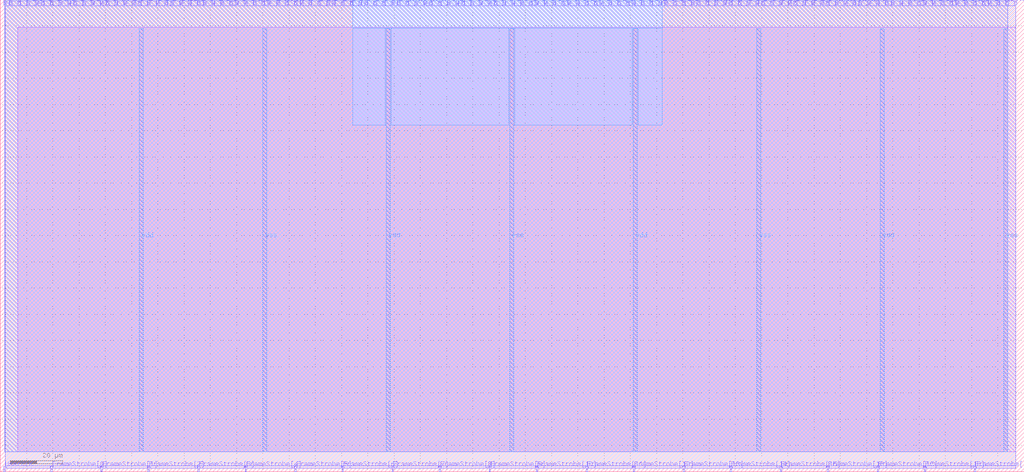
<source format=lef>
VERSION 5.7 ;
  NOWIREEXTENSIONATPIN ON ;
  DIVIDERCHAR "/" ;
  BUSBITCHARS "[]" ;
MACRO S_term_single
  CLASS BLOCK ;
  FOREIGN S_term_single ;
  ORIGIN 0.000 0.000 ;
  SIZE 390.000 BY 180.000 ;
  PIN Co
    DIRECTION OUTPUT TRISTATE ;
    USE SIGNAL ;
    PORT
      LAYER Metal2 ;
        RECT 161.560 178.000 162.120 180.000 ;
    END
  END Co
  PIN FrameStrobe[0]
    DIRECTION INPUT ;
    USE SIGNAL ;
    PORT
      LAYER Metal2 ;
        RECT 19.320 0.000 19.880 2.000 ;
    END
  END FrameStrobe[0]
  PIN FrameStrobe[10]
    DIRECTION INPUT ;
    USE SIGNAL ;
    PORT
      LAYER Metal2 ;
        RECT 204.120 0.000 204.680 2.000 ;
    END
  END FrameStrobe[10]
  PIN FrameStrobe[11]
    DIRECTION INPUT ;
    USE SIGNAL ;
    PORT
      LAYER Metal2 ;
        RECT 223.160 0.000 223.720 2.000 ;
    END
  END FrameStrobe[11]
  PIN FrameStrobe[12]
    DIRECTION INPUT ;
    USE SIGNAL ;
    PORT
      LAYER Metal2 ;
        RECT 241.080 0.000 241.640 2.000 ;
    END
  END FrameStrobe[12]
  PIN FrameStrobe[13]
    DIRECTION INPUT ;
    USE SIGNAL ;
    PORT
      LAYER Metal2 ;
        RECT 260.120 0.000 260.680 2.000 ;
    END
  END FrameStrobe[13]
  PIN FrameStrobe[14]
    DIRECTION INPUT ;
    USE SIGNAL ;
    PORT
      LAYER Metal2 ;
        RECT 278.040 0.000 278.600 2.000 ;
    END
  END FrameStrobe[14]
  PIN FrameStrobe[15]
    DIRECTION INPUT ;
    USE SIGNAL ;
    PORT
      LAYER Metal2 ;
        RECT 297.080 0.000 297.640 2.000 ;
    END
  END FrameStrobe[15]
  PIN FrameStrobe[16]
    DIRECTION INPUT ;
    USE SIGNAL ;
    PORT
      LAYER Metal2 ;
        RECT 315.000 0.000 315.560 2.000 ;
    END
  END FrameStrobe[16]
  PIN FrameStrobe[17]
    DIRECTION INPUT ;
    USE SIGNAL ;
    PORT
      LAYER Metal2 ;
        RECT 334.040 0.000 334.600 2.000 ;
    END
  END FrameStrobe[17]
  PIN FrameStrobe[18]
    DIRECTION INPUT ;
    USE SIGNAL ;
    PORT
      LAYER Metal2 ;
        RECT 351.960 0.000 352.520 2.000 ;
    END
  END FrameStrobe[18]
  PIN FrameStrobe[19]
    DIRECTION INPUT ;
    USE SIGNAL ;
    PORT
      LAYER Metal2 ;
        RECT 371.000 0.000 371.560 2.000 ;
    END
  END FrameStrobe[19]
  PIN FrameStrobe[1]
    DIRECTION INPUT ;
    USE SIGNAL ;
    PORT
      LAYER Metal2 ;
        RECT 38.360 0.000 38.920 2.000 ;
    END
  END FrameStrobe[1]
  PIN FrameStrobe[2]
    DIRECTION INPUT ;
    USE SIGNAL ;
    PORT
      LAYER Metal2 ;
        RECT 56.280 0.000 56.840 2.000 ;
    END
  END FrameStrobe[2]
  PIN FrameStrobe[3]
    DIRECTION INPUT ;
    USE SIGNAL ;
    PORT
      LAYER Metal2 ;
        RECT 75.320 0.000 75.880 2.000 ;
    END
  END FrameStrobe[3]
  PIN FrameStrobe[4]
    DIRECTION INPUT ;
    USE SIGNAL ;
    PORT
      LAYER Metal2 ;
        RECT 93.240 0.000 93.800 2.000 ;
    END
  END FrameStrobe[4]
  PIN FrameStrobe[5]
    DIRECTION INPUT ;
    USE SIGNAL ;
    PORT
      LAYER Metal2 ;
        RECT 112.280 0.000 112.840 2.000 ;
    END
  END FrameStrobe[5]
  PIN FrameStrobe[6]
    DIRECTION INPUT ;
    USE SIGNAL ;
    PORT
      LAYER Metal2 ;
        RECT 130.200 0.000 130.760 2.000 ;
    END
  END FrameStrobe[6]
  PIN FrameStrobe[7]
    DIRECTION INPUT ;
    USE SIGNAL ;
    PORT
      LAYER Metal2 ;
        RECT 149.240 0.000 149.800 2.000 ;
    END
  END FrameStrobe[7]
  PIN FrameStrobe[8]
    DIRECTION INPUT ;
    USE SIGNAL ;
    PORT
      LAYER Metal2 ;
        RECT 167.160 0.000 167.720 2.000 ;
    END
  END FrameStrobe[8]
  PIN FrameStrobe[9]
    DIRECTION INPUT ;
    USE SIGNAL ;
    PORT
      LAYER Metal2 ;
        RECT 186.200 0.000 186.760 2.000 ;
    END
  END FrameStrobe[9]
  PIN FrameStrobe_O[0]
    DIRECTION OUTPUT TRISTATE ;
    USE SIGNAL ;
    PORT
      LAYER Metal2 ;
        RECT 327.320 178.000 327.880 180.000 ;
    END
  END FrameStrobe_O[0]
  PIN FrameStrobe_O[10]
    DIRECTION OUTPUT TRISTATE ;
    USE SIGNAL ;
    PORT
      LAYER Metal2 ;
        RECT 358.680 178.000 359.240 180.000 ;
    END
  END FrameStrobe_O[10]
  PIN FrameStrobe_O[11]
    DIRECTION OUTPUT TRISTATE ;
    USE SIGNAL ;
    PORT
      LAYER Metal2 ;
        RECT 362.040 178.000 362.600 180.000 ;
    END
  END FrameStrobe_O[11]
  PIN FrameStrobe_O[12]
    DIRECTION OUTPUT TRISTATE ;
    USE SIGNAL ;
    PORT
      LAYER Metal2 ;
        RECT 364.280 178.000 364.840 180.000 ;
    END
  END FrameStrobe_O[12]
  PIN FrameStrobe_O[13]
    DIRECTION OUTPUT TRISTATE ;
    USE SIGNAL ;
    PORT
      LAYER Metal2 ;
        RECT 367.640 178.000 368.200 180.000 ;
    END
  END FrameStrobe_O[13]
  PIN FrameStrobe_O[14]
    DIRECTION OUTPUT TRISTATE ;
    USE SIGNAL ;
    PORT
      LAYER Metal2 ;
        RECT 371.000 178.000 371.560 180.000 ;
    END
  END FrameStrobe_O[14]
  PIN FrameStrobe_O[15]
    DIRECTION OUTPUT TRISTATE ;
    USE SIGNAL ;
    PORT
      LAYER Metal2 ;
        RECT 374.360 178.000 374.920 180.000 ;
    END
  END FrameStrobe_O[15]
  PIN FrameStrobe_O[16]
    DIRECTION OUTPUT TRISTATE ;
    USE SIGNAL ;
    PORT
      LAYER Metal2 ;
        RECT 376.600 178.000 377.160 180.000 ;
    END
  END FrameStrobe_O[16]
  PIN FrameStrobe_O[17]
    DIRECTION OUTPUT TRISTATE ;
    USE SIGNAL ;
    PORT
      LAYER Metal2 ;
        RECT 379.960 178.000 380.520 180.000 ;
    END
  END FrameStrobe_O[17]
  PIN FrameStrobe_O[18]
    DIRECTION OUTPUT TRISTATE ;
    USE SIGNAL ;
    PORT
      LAYER Metal2 ;
        RECT 383.320 178.000 383.880 180.000 ;
    END
  END FrameStrobe_O[18]
  PIN FrameStrobe_O[19]
    DIRECTION OUTPUT TRISTATE ;
    USE SIGNAL ;
    PORT
      LAYER Metal2 ;
        RECT 386.680 178.000 387.240 180.000 ;
    END
  END FrameStrobe_O[19]
  PIN FrameStrobe_O[1]
    DIRECTION OUTPUT TRISTATE ;
    USE SIGNAL ;
    PORT
      LAYER Metal2 ;
        RECT 330.680 178.000 331.240 180.000 ;
    END
  END FrameStrobe_O[1]
  PIN FrameStrobe_O[2]
    DIRECTION OUTPUT TRISTATE ;
    USE SIGNAL ;
    PORT
      LAYER Metal2 ;
        RECT 334.040 178.000 334.600 180.000 ;
    END
  END FrameStrobe_O[2]
  PIN FrameStrobe_O[3]
    DIRECTION OUTPUT TRISTATE ;
    USE SIGNAL ;
    PORT
      LAYER Metal2 ;
        RECT 337.400 178.000 337.960 180.000 ;
    END
  END FrameStrobe_O[3]
  PIN FrameStrobe_O[4]
    DIRECTION OUTPUT TRISTATE ;
    USE SIGNAL ;
    PORT
      LAYER Metal2 ;
        RECT 339.640 178.000 340.200 180.000 ;
    END
  END FrameStrobe_O[4]
  PIN FrameStrobe_O[5]
    DIRECTION OUTPUT TRISTATE ;
    USE SIGNAL ;
    PORT
      LAYER Metal2 ;
        RECT 343.000 178.000 343.560 180.000 ;
    END
  END FrameStrobe_O[5]
  PIN FrameStrobe_O[6]
    DIRECTION OUTPUT TRISTATE ;
    USE SIGNAL ;
    PORT
      LAYER Metal2 ;
        RECT 346.360 178.000 346.920 180.000 ;
    END
  END FrameStrobe_O[6]
  PIN FrameStrobe_O[7]
    DIRECTION OUTPUT TRISTATE ;
    USE SIGNAL ;
    PORT
      LAYER Metal2 ;
        RECT 349.720 178.000 350.280 180.000 ;
    END
  END FrameStrobe_O[7]
  PIN FrameStrobe_O[8]
    DIRECTION OUTPUT TRISTATE ;
    USE SIGNAL ;
    PORT
      LAYER Metal2 ;
        RECT 351.960 178.000 352.520 180.000 ;
    END
  END FrameStrobe_O[8]
  PIN FrameStrobe_O[9]
    DIRECTION OUTPUT TRISTATE ;
    USE SIGNAL ;
    PORT
      LAYER Metal2 ;
        RECT 355.320 178.000 355.880 180.000 ;
    END
  END FrameStrobe_O[9]
  PIN N1BEG[0]
    DIRECTION OUTPUT TRISTATE ;
    USE SIGNAL ;
    PORT
      LAYER Metal2 ;
        RECT 1.400 178.000 1.960 180.000 ;
    END
  END N1BEG[0]
  PIN N1BEG[1]
    DIRECTION OUTPUT TRISTATE ;
    USE SIGNAL ;
    PORT
      LAYER Metal2 ;
        RECT 3.640 178.000 4.200 180.000 ;
    END
  END N1BEG[1]
  PIN N1BEG[2]
    DIRECTION OUTPUT TRISTATE ;
    USE SIGNAL ;
    PORT
      LAYER Metal2 ;
        RECT 7.000 178.000 7.560 180.000 ;
    END
  END N1BEG[2]
  PIN N1BEG[3]
    DIRECTION OUTPUT TRISTATE ;
    USE SIGNAL ;
    PORT
      LAYER Metal2 ;
        RECT 10.360 178.000 10.920 180.000 ;
    END
  END N1BEG[3]
  PIN N2BEG[0]
    DIRECTION OUTPUT TRISTATE ;
    USE SIGNAL ;
    PORT
      LAYER Metal2 ;
        RECT 13.720 178.000 14.280 180.000 ;
    END
  END N2BEG[0]
  PIN N2BEG[1]
    DIRECTION OUTPUT TRISTATE ;
    USE SIGNAL ;
    PORT
      LAYER Metal2 ;
        RECT 15.960 178.000 16.520 180.000 ;
    END
  END N2BEG[1]
  PIN N2BEG[2]
    DIRECTION OUTPUT TRISTATE ;
    USE SIGNAL ;
    PORT
      LAYER Metal2 ;
        RECT 19.320 178.000 19.880 180.000 ;
    END
  END N2BEG[2]
  PIN N2BEG[3]
    DIRECTION OUTPUT TRISTATE ;
    USE SIGNAL ;
    PORT
      LAYER Metal2 ;
        RECT 22.680 178.000 23.240 180.000 ;
    END
  END N2BEG[3]
  PIN N2BEG[4]
    DIRECTION OUTPUT TRISTATE ;
    USE SIGNAL ;
    PORT
      LAYER Metal2 ;
        RECT 26.040 178.000 26.600 180.000 ;
    END
  END N2BEG[4]
  PIN N2BEG[5]
    DIRECTION OUTPUT TRISTATE ;
    USE SIGNAL ;
    PORT
      LAYER Metal2 ;
        RECT 28.280 178.000 28.840 180.000 ;
    END
  END N2BEG[5]
  PIN N2BEG[6]
    DIRECTION OUTPUT TRISTATE ;
    USE SIGNAL ;
    PORT
      LAYER Metal2 ;
        RECT 31.640 178.000 32.200 180.000 ;
    END
  END N2BEG[6]
  PIN N2BEG[7]
    DIRECTION OUTPUT TRISTATE ;
    USE SIGNAL ;
    PORT
      LAYER Metal2 ;
        RECT 35.000 178.000 35.560 180.000 ;
    END
  END N2BEG[7]
  PIN N2BEGb[0]
    DIRECTION OUTPUT TRISTATE ;
    USE SIGNAL ;
    PORT
      LAYER Metal2 ;
        RECT 38.360 178.000 38.920 180.000 ;
    END
  END N2BEGb[0]
  PIN N2BEGb[1]
    DIRECTION OUTPUT TRISTATE ;
    USE SIGNAL ;
    PORT
      LAYER Metal2 ;
        RECT 40.600 178.000 41.160 180.000 ;
    END
  END N2BEGb[1]
  PIN N2BEGb[2]
    DIRECTION OUTPUT TRISTATE ;
    USE SIGNAL ;
    PORT
      LAYER Metal2 ;
        RECT 43.960 178.000 44.520 180.000 ;
    END
  END N2BEGb[2]
  PIN N2BEGb[3]
    DIRECTION OUTPUT TRISTATE ;
    USE SIGNAL ;
    PORT
      LAYER Metal2 ;
        RECT 47.320 178.000 47.880 180.000 ;
    END
  END N2BEGb[3]
  PIN N2BEGb[4]
    DIRECTION OUTPUT TRISTATE ;
    USE SIGNAL ;
    PORT
      LAYER Metal2 ;
        RECT 50.680 178.000 51.240 180.000 ;
    END
  END N2BEGb[4]
  PIN N2BEGb[5]
    DIRECTION OUTPUT TRISTATE ;
    USE SIGNAL ;
    PORT
      LAYER Metal2 ;
        RECT 52.920 178.000 53.480 180.000 ;
    END
  END N2BEGb[5]
  PIN N2BEGb[6]
    DIRECTION OUTPUT TRISTATE ;
    USE SIGNAL ;
    PORT
      LAYER Metal2 ;
        RECT 56.280 178.000 56.840 180.000 ;
    END
  END N2BEGb[6]
  PIN N2BEGb[7]
    DIRECTION OUTPUT TRISTATE ;
    USE SIGNAL ;
    PORT
      LAYER Metal2 ;
        RECT 59.640 178.000 60.200 180.000 ;
    END
  END N2BEGb[7]
  PIN N4BEG[0]
    DIRECTION OUTPUT TRISTATE ;
    USE SIGNAL ;
    PORT
      LAYER Metal2 ;
        RECT 63.000 178.000 63.560 180.000 ;
    END
  END N4BEG[0]
  PIN N4BEG[10]
    DIRECTION OUTPUT TRISTATE ;
    USE SIGNAL ;
    PORT
      LAYER Metal2 ;
        RECT 93.240 178.000 93.800 180.000 ;
    END
  END N4BEG[10]
  PIN N4BEG[11]
    DIRECTION OUTPUT TRISTATE ;
    USE SIGNAL ;
    PORT
      LAYER Metal2 ;
        RECT 96.600 178.000 97.160 180.000 ;
    END
  END N4BEG[11]
  PIN N4BEG[12]
    DIRECTION OUTPUT TRISTATE ;
    USE SIGNAL ;
    PORT
      LAYER Metal2 ;
        RECT 99.960 178.000 100.520 180.000 ;
    END
  END N4BEG[12]
  PIN N4BEG[13]
    DIRECTION OUTPUT TRISTATE ;
    USE SIGNAL ;
    PORT
      LAYER Metal2 ;
        RECT 102.200 178.000 102.760 180.000 ;
    END
  END N4BEG[13]
  PIN N4BEG[14]
    DIRECTION OUTPUT TRISTATE ;
    USE SIGNAL ;
    PORT
      LAYER Metal2 ;
        RECT 105.560 178.000 106.120 180.000 ;
    END
  END N4BEG[14]
  PIN N4BEG[15]
    DIRECTION OUTPUT TRISTATE ;
    USE SIGNAL ;
    PORT
      LAYER Metal2 ;
        RECT 108.920 178.000 109.480 180.000 ;
    END
  END N4BEG[15]
  PIN N4BEG[1]
    DIRECTION OUTPUT TRISTATE ;
    USE SIGNAL ;
    PORT
      LAYER Metal2 ;
        RECT 65.240 178.000 65.800 180.000 ;
    END
  END N4BEG[1]
  PIN N4BEG[2]
    DIRECTION OUTPUT TRISTATE ;
    USE SIGNAL ;
    PORT
      LAYER Metal2 ;
        RECT 68.600 178.000 69.160 180.000 ;
    END
  END N4BEG[2]
  PIN N4BEG[3]
    DIRECTION OUTPUT TRISTATE ;
    USE SIGNAL ;
    PORT
      LAYER Metal2 ;
        RECT 71.960 178.000 72.520 180.000 ;
    END
  END N4BEG[3]
  PIN N4BEG[4]
    DIRECTION OUTPUT TRISTATE ;
    USE SIGNAL ;
    PORT
      LAYER Metal2 ;
        RECT 75.320 178.000 75.880 180.000 ;
    END
  END N4BEG[4]
  PIN N4BEG[5]
    DIRECTION OUTPUT TRISTATE ;
    USE SIGNAL ;
    PORT
      LAYER Metal2 ;
        RECT 77.560 178.000 78.120 180.000 ;
    END
  END N4BEG[5]
  PIN N4BEG[6]
    DIRECTION OUTPUT TRISTATE ;
    USE SIGNAL ;
    PORT
      LAYER Metal2 ;
        RECT 80.920 178.000 81.480 180.000 ;
    END
  END N4BEG[6]
  PIN N4BEG[7]
    DIRECTION OUTPUT TRISTATE ;
    USE SIGNAL ;
    PORT
      LAYER Metal2 ;
        RECT 84.280 178.000 84.840 180.000 ;
    END
  END N4BEG[7]
  PIN N4BEG[8]
    DIRECTION OUTPUT TRISTATE ;
    USE SIGNAL ;
    PORT
      LAYER Metal2 ;
        RECT 87.640 178.000 88.200 180.000 ;
    END
  END N4BEG[8]
  PIN N4BEG[9]
    DIRECTION OUTPUT TRISTATE ;
    USE SIGNAL ;
    PORT
      LAYER Metal2 ;
        RECT 89.880 178.000 90.440 180.000 ;
    END
  END N4BEG[9]
  PIN NN4BEG[0]
    DIRECTION OUTPUT TRISTATE ;
    USE SIGNAL ;
    PORT
      LAYER Metal2 ;
        RECT 112.280 178.000 112.840 180.000 ;
    END
  END NN4BEG[0]
  PIN NN4BEG[10]
    DIRECTION OUTPUT TRISTATE ;
    USE SIGNAL ;
    PORT
      LAYER Metal2 ;
        RECT 142.520 178.000 143.080 180.000 ;
    END
  END NN4BEG[10]
  PIN NN4BEG[11]
    DIRECTION OUTPUT TRISTATE ;
    USE SIGNAL ;
    PORT
      LAYER Metal2 ;
        RECT 145.880 178.000 146.440 180.000 ;
    END
  END NN4BEG[11]
  PIN NN4BEG[12]
    DIRECTION OUTPUT TRISTATE ;
    USE SIGNAL ;
    PORT
      LAYER Metal2 ;
        RECT 149.240 178.000 149.800 180.000 ;
    END
  END NN4BEG[12]
  PIN NN4BEG[13]
    DIRECTION OUTPUT TRISTATE ;
    USE SIGNAL ;
    PORT
      LAYER Metal2 ;
        RECT 151.480 178.000 152.040 180.000 ;
    END
  END NN4BEG[13]
  PIN NN4BEG[14]
    DIRECTION OUTPUT TRISTATE ;
    USE SIGNAL ;
    PORT
      LAYER Metal2 ;
        RECT 154.840 178.000 155.400 180.000 ;
    END
  END NN4BEG[14]
  PIN NN4BEG[15]
    DIRECTION OUTPUT TRISTATE ;
    USE SIGNAL ;
    PORT
      LAYER Metal2 ;
        RECT 158.200 178.000 158.760 180.000 ;
    END
  END NN4BEG[15]
  PIN NN4BEG[1]
    DIRECTION OUTPUT TRISTATE ;
    USE SIGNAL ;
    PORT
      LAYER Metal2 ;
        RECT 114.520 178.000 115.080 180.000 ;
    END
  END NN4BEG[1]
  PIN NN4BEG[2]
    DIRECTION OUTPUT TRISTATE ;
    USE SIGNAL ;
    PORT
      LAYER Metal2 ;
        RECT 117.880 178.000 118.440 180.000 ;
    END
  END NN4BEG[2]
  PIN NN4BEG[3]
    DIRECTION OUTPUT TRISTATE ;
    USE SIGNAL ;
    PORT
      LAYER Metal2 ;
        RECT 121.240 178.000 121.800 180.000 ;
    END
  END NN4BEG[3]
  PIN NN4BEG[4]
    DIRECTION OUTPUT TRISTATE ;
    USE SIGNAL ;
    PORT
      LAYER Metal2 ;
        RECT 124.600 178.000 125.160 180.000 ;
    END
  END NN4BEG[4]
  PIN NN4BEG[5]
    DIRECTION OUTPUT TRISTATE ;
    USE SIGNAL ;
    PORT
      LAYER Metal2 ;
        RECT 126.840 178.000 127.400 180.000 ;
    END
  END NN4BEG[5]
  PIN NN4BEG[6]
    DIRECTION OUTPUT TRISTATE ;
    USE SIGNAL ;
    PORT
      LAYER Metal2 ;
        RECT 130.200 178.000 130.760 180.000 ;
    END
  END NN4BEG[6]
  PIN NN4BEG[7]
    DIRECTION OUTPUT TRISTATE ;
    USE SIGNAL ;
    PORT
      LAYER Metal2 ;
        RECT 133.560 178.000 134.120 180.000 ;
    END
  END NN4BEG[7]
  PIN NN4BEG[8]
    DIRECTION OUTPUT TRISTATE ;
    USE SIGNAL ;
    PORT
      LAYER Metal2 ;
        RECT 136.920 178.000 137.480 180.000 ;
    END
  END NN4BEG[8]
  PIN NN4BEG[9]
    DIRECTION OUTPUT TRISTATE ;
    USE SIGNAL ;
    PORT
      LAYER Metal2 ;
        RECT 139.160 178.000 139.720 180.000 ;
    END
  END NN4BEG[9]
  PIN S1END[0]
    DIRECTION INPUT ;
    USE SIGNAL ;
    PORT
      LAYER Metal2 ;
        RECT 163.800 178.000 164.360 180.000 ;
    END
  END S1END[0]
  PIN S1END[1]
    DIRECTION INPUT ;
    USE SIGNAL ;
    PORT
      LAYER Metal2 ;
        RECT 167.160 178.000 167.720 180.000 ;
    END
  END S1END[1]
  PIN S1END[2]
    DIRECTION INPUT ;
    USE SIGNAL ;
    PORT
      LAYER Metal2 ;
        RECT 170.520 178.000 171.080 180.000 ;
    END
  END S1END[2]
  PIN S1END[3]
    DIRECTION INPUT ;
    USE SIGNAL ;
    PORT
      LAYER Metal2 ;
        RECT 173.880 178.000 174.440 180.000 ;
    END
  END S1END[3]
  PIN S2END[0]
    DIRECTION INPUT ;
    USE SIGNAL ;
    PORT
      LAYER Metal2 ;
        RECT 201.880 178.000 202.440 180.000 ;
    END
  END S2END[0]
  PIN S2END[1]
    DIRECTION INPUT ;
    USE SIGNAL ;
    PORT
      LAYER Metal2 ;
        RECT 204.120 178.000 204.680 180.000 ;
    END
  END S2END[1]
  PIN S2END[2]
    DIRECTION INPUT ;
    USE SIGNAL ;
    PORT
      LAYER Metal2 ;
        RECT 207.480 178.000 208.040 180.000 ;
    END
  END S2END[2]
  PIN S2END[3]
    DIRECTION INPUT ;
    USE SIGNAL ;
    PORT
      LAYER Metal2 ;
        RECT 210.840 178.000 211.400 180.000 ;
    END
  END S2END[3]
  PIN S2END[4]
    DIRECTION INPUT ;
    USE SIGNAL ;
    PORT
      LAYER Metal2 ;
        RECT 214.200 178.000 214.760 180.000 ;
    END
  END S2END[4]
  PIN S2END[5]
    DIRECTION INPUT ;
    USE SIGNAL ;
    PORT
      LAYER Metal2 ;
        RECT 216.440 178.000 217.000 180.000 ;
    END
  END S2END[5]
  PIN S2END[6]
    DIRECTION INPUT ;
    USE SIGNAL ;
    PORT
      LAYER Metal2 ;
        RECT 219.800 178.000 220.360 180.000 ;
    END
  END S2END[6]
  PIN S2END[7]
    DIRECTION INPUT ;
    USE SIGNAL ;
    PORT
      LAYER Metal2 ;
        RECT 223.160 178.000 223.720 180.000 ;
    END
  END S2END[7]
  PIN S2MID[0]
    DIRECTION INPUT ;
    USE SIGNAL ;
    PORT
      LAYER Metal2 ;
        RECT 176.120 178.000 176.680 180.000 ;
    END
  END S2MID[0]
  PIN S2MID[1]
    DIRECTION INPUT ;
    USE SIGNAL ;
    PORT
      LAYER Metal2 ;
        RECT 179.480 178.000 180.040 180.000 ;
    END
  END S2MID[1]
  PIN S2MID[2]
    DIRECTION INPUT ;
    USE SIGNAL ;
    PORT
      LAYER Metal2 ;
        RECT 182.840 178.000 183.400 180.000 ;
    END
  END S2MID[2]
  PIN S2MID[3]
    DIRECTION INPUT ;
    USE SIGNAL ;
    PORT
      LAYER Metal2 ;
        RECT 186.200 178.000 186.760 180.000 ;
    END
  END S2MID[3]
  PIN S2MID[4]
    DIRECTION INPUT ;
    USE SIGNAL ;
    PORT
      LAYER Metal2 ;
        RECT 188.440 178.000 189.000 180.000 ;
    END
  END S2MID[4]
  PIN S2MID[5]
    DIRECTION INPUT ;
    USE SIGNAL ;
    PORT
      LAYER Metal2 ;
        RECT 191.800 178.000 192.360 180.000 ;
    END
  END S2MID[5]
  PIN S2MID[6]
    DIRECTION INPUT ;
    USE SIGNAL ;
    PORT
      LAYER Metal2 ;
        RECT 195.160 178.000 195.720 180.000 ;
    END
  END S2MID[6]
  PIN S2MID[7]
    DIRECTION INPUT ;
    USE SIGNAL ;
    PORT
      LAYER Metal2 ;
        RECT 198.520 178.000 199.080 180.000 ;
    END
  END S2MID[7]
  PIN S4END[0]
    DIRECTION INPUT ;
    USE SIGNAL ;
    PORT
      LAYER Metal2 ;
        RECT 226.520 178.000 227.080 180.000 ;
    END
  END S4END[0]
  PIN S4END[10]
    DIRECTION INPUT ;
    USE SIGNAL ;
    PORT
      LAYER Metal2 ;
        RECT 256.760 178.000 257.320 180.000 ;
    END
  END S4END[10]
  PIN S4END[11]
    DIRECTION INPUT ;
    USE SIGNAL ;
    PORT
      LAYER Metal2 ;
        RECT 260.120 178.000 260.680 180.000 ;
    END
  END S4END[11]
  PIN S4END[12]
    DIRECTION INPUT ;
    USE SIGNAL ;
    PORT
      LAYER Metal2 ;
        RECT 263.480 178.000 264.040 180.000 ;
    END
  END S4END[12]
  PIN S4END[13]
    DIRECTION INPUT ;
    USE SIGNAL ;
    PORT
      LAYER Metal2 ;
        RECT 265.720 178.000 266.280 180.000 ;
    END
  END S4END[13]
  PIN S4END[14]
    DIRECTION INPUT ;
    USE SIGNAL ;
    PORT
      LAYER Metal2 ;
        RECT 269.080 178.000 269.640 180.000 ;
    END
  END S4END[14]
  PIN S4END[15]
    DIRECTION INPUT ;
    USE SIGNAL ;
    PORT
      LAYER Metal2 ;
        RECT 272.440 178.000 273.000 180.000 ;
    END
  END S4END[15]
  PIN S4END[1]
    DIRECTION INPUT ;
    USE SIGNAL ;
    PORT
      LAYER Metal2 ;
        RECT 228.760 178.000 229.320 180.000 ;
    END
  END S4END[1]
  PIN S4END[2]
    DIRECTION INPUT ;
    USE SIGNAL ;
    PORT
      LAYER Metal2 ;
        RECT 232.120 178.000 232.680 180.000 ;
    END
  END S4END[2]
  PIN S4END[3]
    DIRECTION INPUT ;
    USE SIGNAL ;
    PORT
      LAYER Metal2 ;
        RECT 235.480 178.000 236.040 180.000 ;
    END
  END S4END[3]
  PIN S4END[4]
    DIRECTION INPUT ;
    USE SIGNAL ;
    PORT
      LAYER Metal2 ;
        RECT 238.840 178.000 239.400 180.000 ;
    END
  END S4END[4]
  PIN S4END[5]
    DIRECTION INPUT ;
    USE SIGNAL ;
    PORT
      LAYER Metal2 ;
        RECT 241.080 178.000 241.640 180.000 ;
    END
  END S4END[5]
  PIN S4END[6]
    DIRECTION INPUT ;
    USE SIGNAL ;
    PORT
      LAYER Metal2 ;
        RECT 244.440 178.000 245.000 180.000 ;
    END
  END S4END[6]
  PIN S4END[7]
    DIRECTION INPUT ;
    USE SIGNAL ;
    PORT
      LAYER Metal2 ;
        RECT 247.800 178.000 248.360 180.000 ;
    END
  END S4END[7]
  PIN S4END[8]
    DIRECTION INPUT ;
    USE SIGNAL ;
    PORT
      LAYER Metal2 ;
        RECT 251.160 178.000 251.720 180.000 ;
    END
  END S4END[8]
  PIN S4END[9]
    DIRECTION INPUT ;
    USE SIGNAL ;
    PORT
      LAYER Metal2 ;
        RECT 253.400 178.000 253.960 180.000 ;
    END
  END S4END[9]
  PIN SS4END[0]
    DIRECTION INPUT ;
    USE SIGNAL ;
    PORT
      LAYER Metal2 ;
        RECT 275.800 178.000 276.360 180.000 ;
    END
  END SS4END[0]
  PIN SS4END[10]
    DIRECTION INPUT ;
    USE SIGNAL ;
    PORT
      LAYER Metal2 ;
        RECT 306.040 178.000 306.600 180.000 ;
    END
  END SS4END[10]
  PIN SS4END[11]
    DIRECTION INPUT ;
    USE SIGNAL ;
    PORT
      LAYER Metal2 ;
        RECT 309.400 178.000 309.960 180.000 ;
    END
  END SS4END[11]
  PIN SS4END[12]
    DIRECTION INPUT ;
    USE SIGNAL ;
    PORT
      LAYER Metal2 ;
        RECT 312.760 178.000 313.320 180.000 ;
    END
  END SS4END[12]
  PIN SS4END[13]
    DIRECTION INPUT ;
    USE SIGNAL ;
    PORT
      LAYER Metal2 ;
        RECT 315.000 178.000 315.560 180.000 ;
    END
  END SS4END[13]
  PIN SS4END[14]
    DIRECTION INPUT ;
    USE SIGNAL ;
    PORT
      LAYER Metal2 ;
        RECT 318.360 178.000 318.920 180.000 ;
    END
  END SS4END[14]
  PIN SS4END[15]
    DIRECTION INPUT ;
    USE SIGNAL ;
    PORT
      LAYER Metal2 ;
        RECT 321.720 178.000 322.280 180.000 ;
    END
  END SS4END[15]
  PIN SS4END[1]
    DIRECTION INPUT ;
    USE SIGNAL ;
    PORT
      LAYER Metal2 ;
        RECT 278.040 178.000 278.600 180.000 ;
    END
  END SS4END[1]
  PIN SS4END[2]
    DIRECTION INPUT ;
    USE SIGNAL ;
    PORT
      LAYER Metal2 ;
        RECT 281.400 178.000 281.960 180.000 ;
    END
  END SS4END[2]
  PIN SS4END[3]
    DIRECTION INPUT ;
    USE SIGNAL ;
    PORT
      LAYER Metal2 ;
        RECT 284.760 178.000 285.320 180.000 ;
    END
  END SS4END[3]
  PIN SS4END[4]
    DIRECTION INPUT ;
    USE SIGNAL ;
    PORT
      LAYER Metal2 ;
        RECT 288.120 178.000 288.680 180.000 ;
    END
  END SS4END[4]
  PIN SS4END[5]
    DIRECTION INPUT ;
    USE SIGNAL ;
    PORT
      LAYER Metal2 ;
        RECT 290.360 178.000 290.920 180.000 ;
    END
  END SS4END[5]
  PIN SS4END[6]
    DIRECTION INPUT ;
    USE SIGNAL ;
    PORT
      LAYER Metal2 ;
        RECT 293.720 178.000 294.280 180.000 ;
    END
  END SS4END[6]
  PIN SS4END[7]
    DIRECTION INPUT ;
    USE SIGNAL ;
    PORT
      LAYER Metal2 ;
        RECT 297.080 178.000 297.640 180.000 ;
    END
  END SS4END[7]
  PIN SS4END[8]
    DIRECTION INPUT ;
    USE SIGNAL ;
    PORT
      LAYER Metal2 ;
        RECT 300.440 178.000 301.000 180.000 ;
    END
  END SS4END[8]
  PIN SS4END[9]
    DIRECTION INPUT ;
    USE SIGNAL ;
    PORT
      LAYER Metal2 ;
        RECT 302.680 178.000 303.240 180.000 ;
    END
  END SS4END[9]
  PIN UserCLK
    DIRECTION INPUT ;
    USE SIGNAL ;
    PORT
      LAYER Metal2 ;
        RECT 1.400 0.000 1.960 2.000 ;
    END
  END UserCLK
  PIN UserCLKo
    DIRECTION OUTPUT TRISTATE ;
    USE SIGNAL ;
    PORT
      LAYER Metal2 ;
        RECT 325.080 178.000 325.640 180.000 ;
    END
  END UserCLKo
  PIN vdd
    DIRECTION INOUT ;
    USE POWER ;
    PORT
      LAYER Metal4 ;
        RECT 52.960 7.540 54.560 168.860 ;
    END
    PORT
      LAYER Metal4 ;
        RECT 147.040 7.540 148.640 168.860 ;
    END
    PORT
      LAYER Metal4 ;
        RECT 241.120 7.540 242.720 168.860 ;
    END
    PORT
      LAYER Metal4 ;
        RECT 335.200 7.540 336.800 168.860 ;
    END
  END vdd
  PIN vss
    DIRECTION INOUT ;
    USE GROUND ;
    PORT
      LAYER Metal4 ;
        RECT 100.000 7.540 101.600 168.860 ;
    END
    PORT
      LAYER Metal4 ;
        RECT 194.080 7.540 195.680 168.860 ;
    END
    PORT
      LAYER Metal4 ;
        RECT 288.160 7.540 289.760 168.860 ;
    END
    PORT
      LAYER Metal4 ;
        RECT 382.240 7.540 383.840 168.860 ;
    END
  END vss
  OBS
      LAYER Metal1 ;
        RECT 6.720 7.540 386.870 169.530 ;
      LAYER Metal2 ;
        RECT 2.260 177.700 3.340 179.670 ;
        RECT 4.500 177.700 6.700 179.670 ;
        RECT 7.860 177.700 10.060 179.670 ;
        RECT 11.220 177.700 13.420 179.670 ;
        RECT 14.580 177.700 15.660 179.670 ;
        RECT 16.820 177.700 19.020 179.670 ;
        RECT 20.180 177.700 22.380 179.670 ;
        RECT 23.540 177.700 25.740 179.670 ;
        RECT 26.900 177.700 27.980 179.670 ;
        RECT 29.140 177.700 31.340 179.670 ;
        RECT 32.500 177.700 34.700 179.670 ;
        RECT 35.860 177.700 38.060 179.670 ;
        RECT 39.220 177.700 40.300 179.670 ;
        RECT 41.460 177.700 43.660 179.670 ;
        RECT 44.820 177.700 47.020 179.670 ;
        RECT 48.180 177.700 50.380 179.670 ;
        RECT 51.540 177.700 52.620 179.670 ;
        RECT 53.780 177.700 55.980 179.670 ;
        RECT 57.140 177.700 59.340 179.670 ;
        RECT 60.500 177.700 62.700 179.670 ;
        RECT 63.860 177.700 64.940 179.670 ;
        RECT 66.100 177.700 68.300 179.670 ;
        RECT 69.460 177.700 71.660 179.670 ;
        RECT 72.820 177.700 75.020 179.670 ;
        RECT 76.180 177.700 77.260 179.670 ;
        RECT 78.420 177.700 80.620 179.670 ;
        RECT 81.780 177.700 83.980 179.670 ;
        RECT 85.140 177.700 87.340 179.670 ;
        RECT 88.500 177.700 89.580 179.670 ;
        RECT 90.740 177.700 92.940 179.670 ;
        RECT 94.100 177.700 96.300 179.670 ;
        RECT 97.460 177.700 99.660 179.670 ;
        RECT 100.820 177.700 101.900 179.670 ;
        RECT 103.060 177.700 105.260 179.670 ;
        RECT 106.420 177.700 108.620 179.670 ;
        RECT 109.780 177.700 111.980 179.670 ;
        RECT 113.140 177.700 114.220 179.670 ;
        RECT 115.380 177.700 117.580 179.670 ;
        RECT 118.740 177.700 120.940 179.670 ;
        RECT 122.100 177.700 124.300 179.670 ;
        RECT 125.460 177.700 126.540 179.670 ;
        RECT 127.700 177.700 129.900 179.670 ;
        RECT 131.060 177.700 133.260 179.670 ;
        RECT 134.420 177.700 136.620 179.670 ;
        RECT 137.780 177.700 138.860 179.670 ;
        RECT 140.020 177.700 142.220 179.670 ;
        RECT 143.380 177.700 145.580 179.670 ;
        RECT 146.740 177.700 148.940 179.670 ;
        RECT 150.100 177.700 151.180 179.670 ;
        RECT 152.340 177.700 154.540 179.670 ;
        RECT 155.700 177.700 157.900 179.670 ;
        RECT 159.060 177.700 161.260 179.670 ;
        RECT 162.420 177.700 163.500 179.670 ;
        RECT 164.660 177.700 166.860 179.670 ;
        RECT 168.020 177.700 170.220 179.670 ;
        RECT 171.380 177.700 173.580 179.670 ;
        RECT 174.740 177.700 175.820 179.670 ;
        RECT 176.980 177.700 179.180 179.670 ;
        RECT 180.340 177.700 182.540 179.670 ;
        RECT 183.700 177.700 185.900 179.670 ;
        RECT 187.060 177.700 188.140 179.670 ;
        RECT 189.300 177.700 191.500 179.670 ;
        RECT 192.660 177.700 194.860 179.670 ;
        RECT 196.020 177.700 198.220 179.670 ;
        RECT 199.380 177.700 201.580 179.670 ;
        RECT 202.740 177.700 203.820 179.670 ;
        RECT 204.980 177.700 207.180 179.670 ;
        RECT 208.340 177.700 210.540 179.670 ;
        RECT 211.700 177.700 213.900 179.670 ;
        RECT 215.060 177.700 216.140 179.670 ;
        RECT 217.300 177.700 219.500 179.670 ;
        RECT 220.660 177.700 222.860 179.670 ;
        RECT 224.020 177.700 226.220 179.670 ;
        RECT 227.380 177.700 228.460 179.670 ;
        RECT 229.620 177.700 231.820 179.670 ;
        RECT 232.980 177.700 235.180 179.670 ;
        RECT 236.340 177.700 238.540 179.670 ;
        RECT 239.700 177.700 240.780 179.670 ;
        RECT 241.940 177.700 244.140 179.670 ;
        RECT 245.300 177.700 247.500 179.670 ;
        RECT 248.660 177.700 250.860 179.670 ;
        RECT 252.020 177.700 253.100 179.670 ;
        RECT 254.260 177.700 256.460 179.670 ;
        RECT 257.620 177.700 259.820 179.670 ;
        RECT 260.980 177.700 263.180 179.670 ;
        RECT 264.340 177.700 265.420 179.670 ;
        RECT 266.580 177.700 268.780 179.670 ;
        RECT 269.940 177.700 272.140 179.670 ;
        RECT 273.300 177.700 275.500 179.670 ;
        RECT 276.660 177.700 277.740 179.670 ;
        RECT 278.900 177.700 281.100 179.670 ;
        RECT 282.260 177.700 284.460 179.670 ;
        RECT 285.620 177.700 287.820 179.670 ;
        RECT 288.980 177.700 290.060 179.670 ;
        RECT 291.220 177.700 293.420 179.670 ;
        RECT 294.580 177.700 296.780 179.670 ;
        RECT 297.940 177.700 300.140 179.670 ;
        RECT 301.300 177.700 302.380 179.670 ;
        RECT 303.540 177.700 305.740 179.670 ;
        RECT 306.900 177.700 309.100 179.670 ;
        RECT 310.260 177.700 312.460 179.670 ;
        RECT 313.620 177.700 314.700 179.670 ;
        RECT 315.860 177.700 318.060 179.670 ;
        RECT 319.220 177.700 321.420 179.670 ;
        RECT 322.580 177.700 324.780 179.670 ;
        RECT 325.940 177.700 327.020 179.670 ;
        RECT 328.180 177.700 330.380 179.670 ;
        RECT 331.540 177.700 333.740 179.670 ;
        RECT 334.900 177.700 337.100 179.670 ;
        RECT 338.260 177.700 339.340 179.670 ;
        RECT 340.500 177.700 342.700 179.670 ;
        RECT 343.860 177.700 346.060 179.670 ;
        RECT 347.220 177.700 349.420 179.670 ;
        RECT 350.580 177.700 351.660 179.670 ;
        RECT 352.820 177.700 355.020 179.670 ;
        RECT 356.180 177.700 358.380 179.670 ;
        RECT 359.540 177.700 361.740 179.670 ;
        RECT 362.900 177.700 363.980 179.670 ;
        RECT 365.140 177.700 367.340 179.670 ;
        RECT 368.500 177.700 370.700 179.670 ;
        RECT 371.860 177.700 374.060 179.670 ;
        RECT 375.220 177.700 376.300 179.670 ;
        RECT 377.460 177.700 379.660 179.670 ;
        RECT 380.820 177.700 383.020 179.670 ;
        RECT 384.180 177.700 386.380 179.670 ;
        RECT 1.820 2.300 386.820 177.700 ;
        RECT 2.260 1.260 19.020 2.300 ;
        RECT 20.180 1.260 38.060 2.300 ;
        RECT 39.220 1.260 55.980 2.300 ;
        RECT 57.140 1.260 75.020 2.300 ;
        RECT 76.180 1.260 92.940 2.300 ;
        RECT 94.100 1.260 111.980 2.300 ;
        RECT 113.140 1.260 129.900 2.300 ;
        RECT 131.060 1.260 148.940 2.300 ;
        RECT 150.100 1.260 166.860 2.300 ;
        RECT 168.020 1.260 185.900 2.300 ;
        RECT 187.060 1.260 203.820 2.300 ;
        RECT 204.980 1.260 222.860 2.300 ;
        RECT 224.020 1.260 240.780 2.300 ;
        RECT 241.940 1.260 259.820 2.300 ;
        RECT 260.980 1.260 277.740 2.300 ;
        RECT 278.900 1.260 296.780 2.300 ;
        RECT 297.940 1.260 314.700 2.300 ;
        RECT 315.860 1.260 333.740 2.300 ;
        RECT 334.900 1.260 351.660 2.300 ;
        RECT 352.820 1.260 370.700 2.300 ;
        RECT 371.860 1.260 386.820 2.300 ;
      LAYER Metal3 ;
        RECT 1.770 7.700 383.750 179.620 ;
      LAYER Metal4 ;
        RECT 134.260 169.160 252.140 179.670 ;
        RECT 134.260 132.250 146.740 169.160 ;
        RECT 148.940 132.250 193.780 169.160 ;
        RECT 195.980 132.250 240.820 169.160 ;
        RECT 243.020 132.250 252.140 169.160 ;
  END
END S_term_single
END LIBRARY


</source>
